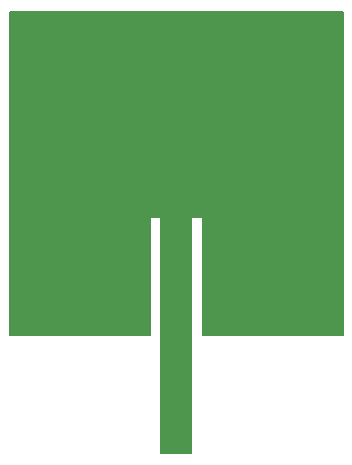
<source format=gbr>
%TF.GenerationSoftware,KiCad,Pcbnew,9.0.0*%
%TF.CreationDate,2025-10-13T13:58:48+02:00*%
%TF.ProjectId,1x1antenna,31783161-6e74-4656-9e6e-612e6b696361,rev?*%
%TF.SameCoordinates,Original*%
%TF.FileFunction,Copper,L1,Top*%
%TF.FilePolarity,Positive*%
%FSLAX46Y46*%
G04 Gerber Fmt 4.6, Leading zero omitted, Abs format (unit mm)*
G04 Created by KiCad (PCBNEW 9.0.0) date 2025-10-13 13:58:48*
%MOMM*%
%LPD*%
G01*
G04 APERTURE LIST*
%TA.AperFunction,NonConductor*%
%ADD10C,0.200000*%
%TD*%
%TA.AperFunction,ViaPad*%
%ADD11C,1.100000*%
%TD*%
G04 APERTURE END LIST*
D10*
X99100000Y-94000000D02*
G75*
G02*
X98100000Y-94000000I-500000J0D01*
G01*
X98100000Y-94000000D02*
G75*
G02*
X99100000Y-94000000I500000J0D01*
G01*
X98700000Y-93500000D02*
G75*
G02*
X98500000Y-93500000I-100000J0D01*
G01*
X98500000Y-93500000D02*
G75*
G02*
X98700000Y-93500000I100000J0D01*
G01*
X97350000Y-95800000D02*
X98600000Y-95800000D01*
X97350000Y-95800000D02*
X98600000Y-95800000D01*
X84500000Y-58500000D02*
X112700000Y-58500000D01*
X97350000Y-95800000D02*
X99850000Y-95800000D01*
X99850000Y-75800000D02*
X99850000Y-95800000D01*
X97350000Y-75800000D02*
X97350000Y-95800000D01*
X100850000Y-75800000D02*
X99850000Y-75800000D01*
X96350000Y-75800000D02*
X97350000Y-75800000D01*
X100850000Y-85800000D02*
X100850000Y-75800000D01*
X96350000Y-85800000D02*
X96350000Y-75800000D01*
X84500000Y-85800000D02*
X96350000Y-85800000D01*
X84500000Y-58500000D02*
X84500000Y-85800000D01*
X112700000Y-85800000D02*
X100850000Y-85800000D01*
X112700000Y-58500000D02*
X112700000Y-85800000D01*
X112700000Y-85800000D02*
X100850000Y-85800000D01*
X100850000Y-75800000D01*
X99850000Y-75800000D01*
X99850000Y-95800000D01*
X97350000Y-95800000D01*
X97350000Y-75800000D01*
X96350000Y-75800000D01*
X96350000Y-85800000D01*
X84500000Y-85800000D01*
X84500000Y-58500000D01*
X112700000Y-58500000D01*
X112700000Y-85800000D01*
%TA.AperFunction,NonConductor*%
G36*
X112700000Y-85800000D02*
G01*
X100850000Y-85800000D01*
X100850000Y-75800000D01*
X99850000Y-75800000D01*
X99850000Y-95800000D01*
X97350000Y-95800000D01*
X97350000Y-75800000D01*
X96350000Y-75800000D01*
X96350000Y-85800000D01*
X84500000Y-85800000D01*
X84500000Y-58500000D01*
X112700000Y-58500000D01*
X112700000Y-85800000D01*
G37*
%TD.AperFunction*%
D11*
%TO.N,*%
X98600000Y-94000000D03*
%TD*%
M02*

</source>
